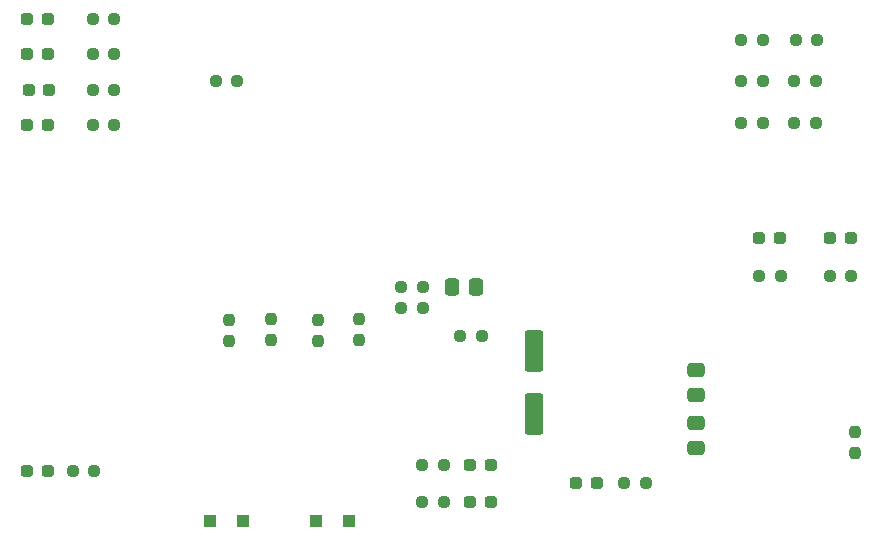
<source format=gbr>
%TF.GenerationSoftware,KiCad,Pcbnew,7.0.1-0*%
%TF.CreationDate,2023-05-22T13:59:50+09:00*%
%TF.ProjectId,FlightModule,466c6967-6874-44d6-9f64-756c652e6b69,rev?*%
%TF.SameCoordinates,Original*%
%TF.FileFunction,Paste,Top*%
%TF.FilePolarity,Positive*%
%FSLAX46Y46*%
G04 Gerber Fmt 4.6, Leading zero omitted, Abs format (unit mm)*
G04 Created by KiCad (PCBNEW 7.0.1-0) date 2023-05-22 13:59:50*
%MOMM*%
%LPD*%
G01*
G04 APERTURE LIST*
G04 Aperture macros list*
%AMRoundRect*
0 Rectangle with rounded corners*
0 $1 Rounding radius*
0 $2 $3 $4 $5 $6 $7 $8 $9 X,Y pos of 4 corners*
0 Add a 4 corners polygon primitive as box body*
4,1,4,$2,$3,$4,$5,$6,$7,$8,$9,$2,$3,0*
0 Add four circle primitives for the rounded corners*
1,1,$1+$1,$2,$3*
1,1,$1+$1,$4,$5*
1,1,$1+$1,$6,$7*
1,1,$1+$1,$8,$9*
0 Add four rect primitives between the rounded corners*
20,1,$1+$1,$2,$3,$4,$5,0*
20,1,$1+$1,$4,$5,$6,$7,0*
20,1,$1+$1,$6,$7,$8,$9,0*
20,1,$1+$1,$8,$9,$2,$3,0*%
G04 Aperture macros list end*
%ADD10RoundRect,0.250000X0.300000X0.300000X-0.300000X0.300000X-0.300000X-0.300000X0.300000X-0.300000X0*%
%ADD11RoundRect,0.237500X-0.250000X-0.237500X0.250000X-0.237500X0.250000X0.237500X-0.250000X0.237500X0*%
%ADD12RoundRect,0.237500X0.250000X0.237500X-0.250000X0.237500X-0.250000X-0.237500X0.250000X-0.237500X0*%
%ADD13RoundRect,0.237500X0.237500X-0.250000X0.237500X0.250000X-0.237500X0.250000X-0.237500X-0.250000X0*%
%ADD14RoundRect,0.237500X-0.287500X-0.237500X0.287500X-0.237500X0.287500X0.237500X-0.287500X0.237500X0*%
%ADD15RoundRect,0.250000X0.475000X-0.337500X0.475000X0.337500X-0.475000X0.337500X-0.475000X-0.337500X0*%
%ADD16RoundRect,0.250000X-0.337500X-0.475000X0.337500X-0.475000X0.337500X0.475000X-0.337500X0.475000X0*%
%ADD17RoundRect,0.237500X-0.237500X0.250000X-0.237500X-0.250000X0.237500X-0.250000X0.237500X0.250000X0*%
%ADD18RoundRect,0.237500X0.287500X0.237500X-0.287500X0.237500X-0.287500X-0.237500X0.287500X-0.237500X0*%
%ADD19RoundRect,0.250000X-0.550000X1.500000X-0.550000X-1.500000X0.550000X-1.500000X0.550000X1.500000X0*%
G04 APERTURE END LIST*
D10*
%TO.C,D6*%
X129400000Y-127700000D03*
X126600000Y-127700000D03*
%TD*%
D11*
%TO.C,R3*%
X171587500Y-94000000D03*
X173412500Y-94000000D03*
%TD*%
D12*
%TO.C,R10*%
X163500000Y-124500000D03*
X161675000Y-124500000D03*
%TD*%
D13*
%TO.C,R15*%
X135750000Y-112500000D03*
X135750000Y-110675000D03*
%TD*%
D11*
%TO.C,R8*%
X176175000Y-87000000D03*
X178000000Y-87000000D03*
%TD*%
D14*
%TO.C,D13*%
X111125000Y-85200000D03*
X112875000Y-85200000D03*
%TD*%
D11*
%TO.C,R17*%
X144587500Y-126100000D03*
X146412500Y-126100000D03*
%TD*%
D15*
%TO.C,C2*%
X167708750Y-117037500D03*
X167708750Y-114962500D03*
%TD*%
D14*
%TO.C,D14*%
X111125000Y-88200000D03*
X112875000Y-88200000D03*
%TD*%
D12*
%TO.C,R22*%
X118512500Y-88200000D03*
X116687500Y-88200000D03*
%TD*%
%TO.C,R19*%
X118512500Y-94200000D03*
X116687500Y-94200000D03*
%TD*%
%TO.C,R21*%
X118512500Y-85200000D03*
X116687500Y-85200000D03*
%TD*%
%TO.C,R16*%
X128912500Y-90500000D03*
X127087500Y-90500000D03*
%TD*%
D11*
%TO.C,R25*%
X142787500Y-107900000D03*
X144612500Y-107900000D03*
%TD*%
D12*
%TO.C,R13*%
X116812500Y-123500000D03*
X114987500Y-123500000D03*
%TD*%
D14*
%TO.C,D11*%
X111125000Y-94170000D03*
X112875000Y-94170000D03*
%TD*%
%TO.C,D1*%
X179125000Y-103800000D03*
X180875000Y-103800000D03*
%TD*%
D15*
%TO.C,C1*%
X167708750Y-121537500D03*
X167708750Y-119462500D03*
%TD*%
D11*
%TO.C,R6*%
X179087500Y-107000000D03*
X180912500Y-107000000D03*
%TD*%
D14*
%TO.C,D2*%
X173125000Y-103800000D03*
X174875000Y-103800000D03*
%TD*%
D13*
%TO.C,R1*%
X181200000Y-122000000D03*
X181200000Y-120175000D03*
%TD*%
D11*
%TO.C,R5*%
X173087500Y-107000000D03*
X174912500Y-107000000D03*
%TD*%
D16*
%TO.C,C4*%
X147062500Y-107900000D03*
X149137500Y-107900000D03*
%TD*%
D12*
%TO.C,R18*%
X118512500Y-91200000D03*
X116687500Y-91200000D03*
%TD*%
D11*
%TO.C,R20*%
X144587500Y-123000000D03*
X146412500Y-123000000D03*
%TD*%
%TO.C,R9*%
X171587500Y-87000000D03*
X173412500Y-87000000D03*
%TD*%
%TO.C,R4*%
X171587500Y-90500000D03*
X173412500Y-90500000D03*
%TD*%
D17*
%TO.C,R14*%
X139250000Y-110587500D03*
X139250000Y-112412500D03*
%TD*%
D18*
%TO.C,D3*%
X150375000Y-126100000D03*
X148625000Y-126100000D03*
%TD*%
D17*
%TO.C,R11*%
X131750000Y-110587500D03*
X131750000Y-112412500D03*
%TD*%
D12*
%TO.C,R23*%
X149612500Y-112100000D03*
X147787500Y-112100000D03*
%TD*%
D14*
%TO.C,D10*%
X111125000Y-123500000D03*
X112875000Y-123500000D03*
%TD*%
D11*
%TO.C,R2*%
X176087500Y-90500000D03*
X177912500Y-90500000D03*
%TD*%
D10*
%TO.C,D7*%
X138400000Y-127700000D03*
X135600000Y-127700000D03*
%TD*%
D14*
%TO.C,D5*%
X157625000Y-124500000D03*
X159375000Y-124500000D03*
%TD*%
D11*
%TO.C,R7*%
X176087500Y-94000000D03*
X177912500Y-94000000D03*
%TD*%
D18*
%TO.C,D4*%
X150375000Y-123000000D03*
X148625000Y-123000000D03*
%TD*%
D14*
%TO.C,D12*%
X111250000Y-91200000D03*
X113000000Y-91200000D03*
%TD*%
D12*
%TO.C,R24*%
X144612500Y-109700000D03*
X142787500Y-109700000D03*
%TD*%
D13*
%TO.C,R12*%
X128250000Y-112500000D03*
X128250000Y-110675000D03*
%TD*%
D19*
%TO.C,C3*%
X154000000Y-113300000D03*
X154000000Y-118700000D03*
%TD*%
M02*

</source>
